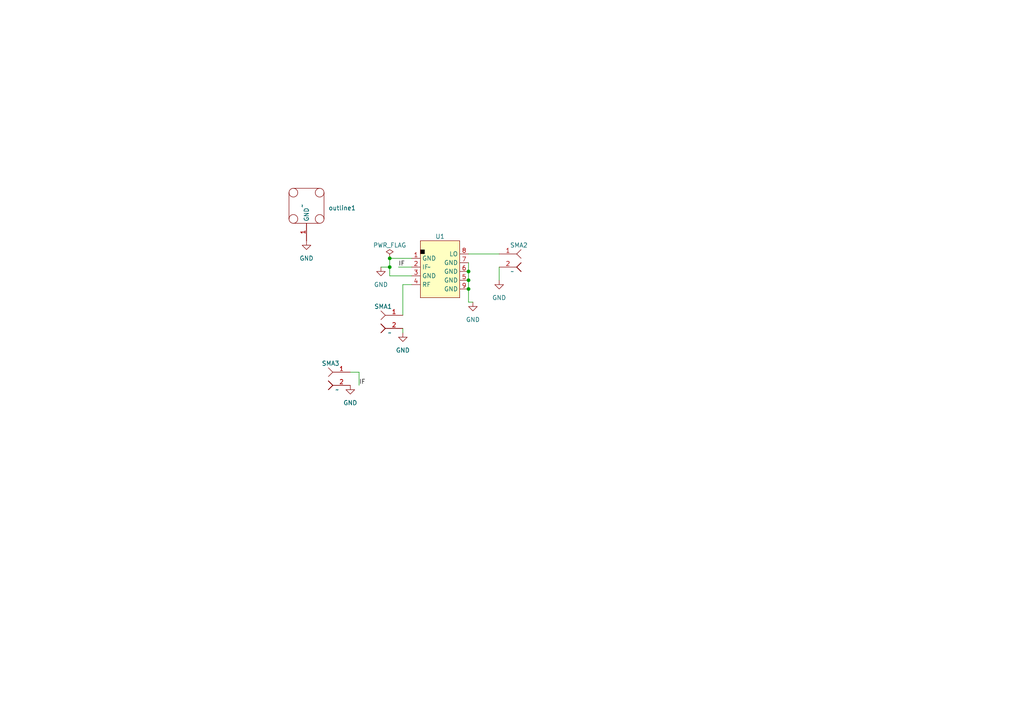
<source format=kicad_sch>
(kicad_sch (version 20231120) (generator "eeschema") (generator_version "8.0")
  (paper "A4")
  (lib_symbols
    (symbol "Radar:Mixer-SIM-73L+"
      (property "Reference" "U" (at 0 6.35 0))
      (symbol "Mixer-SIM-73L+_1_1"
        (rectangle (start -3.81 6.35) (end -2.54 5.08) (stroke (width -0.0001)) (fill (type color) (color 0 0 0 1)))
        (rectangle (start -3.81 8.89) (end 7.62 -7.62) (fill (type background)))
        (pin free line (at -6.35 3.81 0) (length 2.54) (name "GND") (number "1"))
        (pin free line (at -6.35 1.27 0) (length 2.54) (name "IF") (number "2"))
        (pin free line (at -6.35 -1.27 0) (length 2.54) (name "GND") (number "3"))
        (pin free line (at -6.35 -3.81 0) (length 2.54) (name "RF") (number "4"))
        (pin free line (at 10.16 -2.54 180) (length 2.54) (name "GND") (number "5"))
        (pin free line (at 10.16 0 180) (length 2.54) (name "GND") (number "6"))
        (pin free line (at 10.16 2.54 180) (length 2.54) (name "GND") (number "7"))
        (pin free line (at 10.16 5.08 180) (length 2.54) (name "LO") (number "8"))
        (pin free line (at 10.16 -5.08 180) (length 2.54) (name "GND") (number "9"))
      )
    )
    (symbol "Radar:SMA"
      (property "Reference" "SMA" (at 1.27 -1.27 0))
      (symbol "SMA_0_1"
        (polyline (pts (xy -1.27 1.27) (xy -2.54 0)))
        (polyline (pts (xy -1.27 1.27) (xy -2.54 0)))
        (polyline (pts (xy -1.27 1.27) (xy -2.54 0)))
        (polyline (pts (xy -1.27 1.27) (xy -2.54 0)))
        (polyline (pts (xy -1.27 1.27) (xy -2.54 2.54)))
        (polyline (pts (xy -1.27 1.27) (xy -2.54 2.54)))
        (polyline (pts (xy -1.27 1.27) (xy -2.54 2.54)))
        (polyline (pts (xy -1.27 1.27) (xy -2.54 2.54)))
        (polyline (pts (xy -1.27 5.08) (xy -2.54 3.81)))
        (polyline (pts (xy -1.27 5.08) (xy -2.54 6.35)))
      )
      (symbol "SMA_1_1"
        (pin passive line (at 3.81 5.08 180) (length 5.08) (name "") (number "1"))
        (pin passive line (at 3.81 1.27 180) (length 5.08) (name "") (number "2"))
      )
    )
    (symbol "Radar:outline"
      (property "Reference" "outline" (at 0 6.35 0))
      (symbol "outline_0_1"
        (circle (center -3.81 -3.81) (radius 1.27))
        (circle (center -3.81 3.81) (radius 1.27))
        (polyline (pts (xy -5.08 3.81) (xy -5.08 -3.81)))
        (polyline (pts (xy -3.81 -5.08) (xy 3.81 -5.08)))
        (polyline (pts (xy 3.81 5.08) (xy -3.81 5.08)))
        (polyline (pts (xy 5.08 3.81) (xy 5.08 -3.81)))
        (circle (center 3.81 -3.81) (radius 1.27))
        (circle (center 3.81 3.81) (radius 1.27))
      )
      (symbol "outline_1_1"
        (pin free line (at -10.16 0 0) (length 5.08) (name "GND") (number "1"))
      )
    )
    (symbol "power:GND" (power) (pin_names (offset 0))
      (property "Value" "GND" (at 0 -3.81 0))
      (symbol "GND_0_1"
        (polyline (pts (xy 0 0) (xy 0 -1.27) (xy 1.27 -1.27) (xy 0 -2.54) (xy -1.27 -1.27) (xy 0 -1.27)))
      )
      (symbol "GND_1_1"
        (pin power_in line (at 0 0 270) (length 0) hide (name "GND") (number "1"))
      )
    )
    (symbol "power:PWR_FLAG" (power) (pin_numbers hide) (pin_names (offset 0) hide)
      (property "Value" "PWR_FLAG" (at 0 3.81 0))
      (symbol "PWR_FLAG_0_0"
        (pin power_out line (at 0 0 90) (length 0) (name "pwr") (number "1"))
      )
      (symbol "PWR_FLAG_0_1"
        (polyline (pts (xy 0 0) (xy 0 1.27) (xy -1.016 1.905) (xy 0 2.54) (xy 1.016 1.905) (xy 0 1.27)))
      )
    )
  )
  (junction (at 135.89 78.74))
  (junction (at 113.03 77.47))
  (junction (at 113.03 74.93))
  (junction (at 135.89 83.82))
  (junction (at 135.89 81.28))
  (wire (pts (xy 110.49 77.47) (xy 113.03 77.47)))
  (wire (pts (xy 119.38 74.93) (xy 113.03 74.93)))
  (wire (pts (xy 135.89 81.28) (xy 135.89 78.74)))
  (wire (pts (xy 116.84 91.44) (xy 116.84 82.55)))
  (wire (pts (xy 135.89 87.63) (xy 135.89 83.82)))
  (wire (pts (xy 113.03 74.93) (xy 113.03 77.47)))
  (wire (pts (xy 116.84 82.55) (xy 119.38 82.55)))
  (wire (pts (xy 144.78 77.47) (xy 144.78 81.28)))
  (wire (pts (xy 104.14 107.95) (xy 104.14 111.76)))
  (wire (pts (xy 119.38 80.01) (xy 113.03 80.01)))
  (wire (pts (xy 135.89 73.66) (xy 144.78 73.66)))
  (wire (pts (xy 115.57 77.47) (xy 119.38 77.47)))
  (wire (pts (xy 135.89 87.63) (xy 137.16 87.63)))
  (wire (pts (xy 101.6 107.95) (xy 104.14 107.95)))
  (wire (pts (xy 135.89 76.2) (xy 135.89 78.74)))
  (wire (pts (xy 135.89 83.82) (xy 135.89 81.28)))
  (wire (pts (xy 116.84 95.25) (xy 116.84 96.52)))
  (wire (pts (xy 113.03 80.01) (xy 113.03 77.47)))
  (label "IF" (at 104.14 111.76 0))
  (label "IF" (at 115.57 77.47 0))
  (symbol (lib_id "power:PWR_FLAG") (at 113.03 74.93 0) (unit 1)
    (property "Reference" "#FLG01" (effects (hide yes)))
    (property "Value" "PWR_FLAG" (at 113.03 71.12 0))
  )
  (symbol (lib_id "power:GND") (at 88.9 69.85 0) (unit 1)
    (property "Reference" "#PWR05" (effects (hide yes)))
    (property "Value" "GND" (at 88.9 74.93 0))
  )
  (symbol (lib_id "power:GND") (at 116.84 96.52 0) (unit 1)
    (property "Reference" "#PWR01" (effects (hide yes)))
    (property "Value" "GND" (at 116.84 101.6 0))
  )
  (symbol (lib_id "power:GND") (at 110.49 77.47 0) (unit 1)
    (property "Reference" "#PWR04" (effects (hide yes)))
    (property "Value" "GND" (at 110.49 82.55 0))
  )
  (symbol (lib_id "Radar:SMA") (at 97.79 113.03 0) (unit 1)
    (property "Reference" "SMA3" (at 95.885 105.41 0))
    (property "Value" "~" (at 97.79 113.03 0))
    (property "Footprint" "MUSIC_Lab:SMA_KHD_Back" (effects (hide yes)))
  )
  (symbol (lib_id "Radar:SMA") (at 113.03 96.52 0) (unit 1)
    (property "Reference" "SMA1" (at 111.125 88.9 0))
    (property "Value" "~" (at 113.03 96.52 0))
    (property "Footprint" "MUSIC_Lab:SMA_KHD_Back" (effects (hide yes)))
  )
  (symbol (lib_id "Radar:outline") (at 88.9 59.69 90) (unit 1)
    (property "Reference" "outline1" (at 95.25 60.325 90) (effects (justify right)))
    (property "Value" "~" (at 87.63 59.69 0))
    (property "Footprint" "MUSIC_Lab:Outline_3x2_cavity_1.5mm" (effects (hide yes)))
  )
  (symbol (lib_id "power:GND") (at 101.6 111.76 0) (unit 1)
    (property "Reference" "#PWR06" (effects (hide yes)))
    (property "Value" "GND" (at 101.6 116.84 0))
  )
  (symbol (lib_id "Radar:SMA") (at 148.59 78.74 0) (mirror y) (unit 1)
    (property "Reference" "SMA2" (at 150.495 71.12 0))
    (property "Value" "~" (at 148.59 78.74 0))
    (property "Footprint" "MUSIC_Lab:SMA_KHD_Back" (effects (hide yes)))
  )
  (symbol (lib_id "power:GND") (at 137.16 87.63 0) (unit 1)
    (property "Reference" "#PWR03" (effects (hide yes)))
    (property "Value" "GND" (at 137.16 92.71 0))
  )
  (symbol (lib_id "power:GND") (at 144.78 81.28 0) (unit 1)
    (property "Reference" "#PWR02" (effects (hide yes)))
    (property "Value" "GND" (at 144.78 86.36 0))
  )
  (symbol (lib_id "Radar:Mixer-SIM-73L+") (at 125.73 78.74 0) (unit 1)
    (property "Reference" "U1" (at 127.635 68.58 0))
    (property "Value" "~" (at 124.46 77.47 0))
    (property "Footprint" "MUSIC_Lab:Mixer_SIM73L" (effects (hide yes)))
  )
)
</source>
